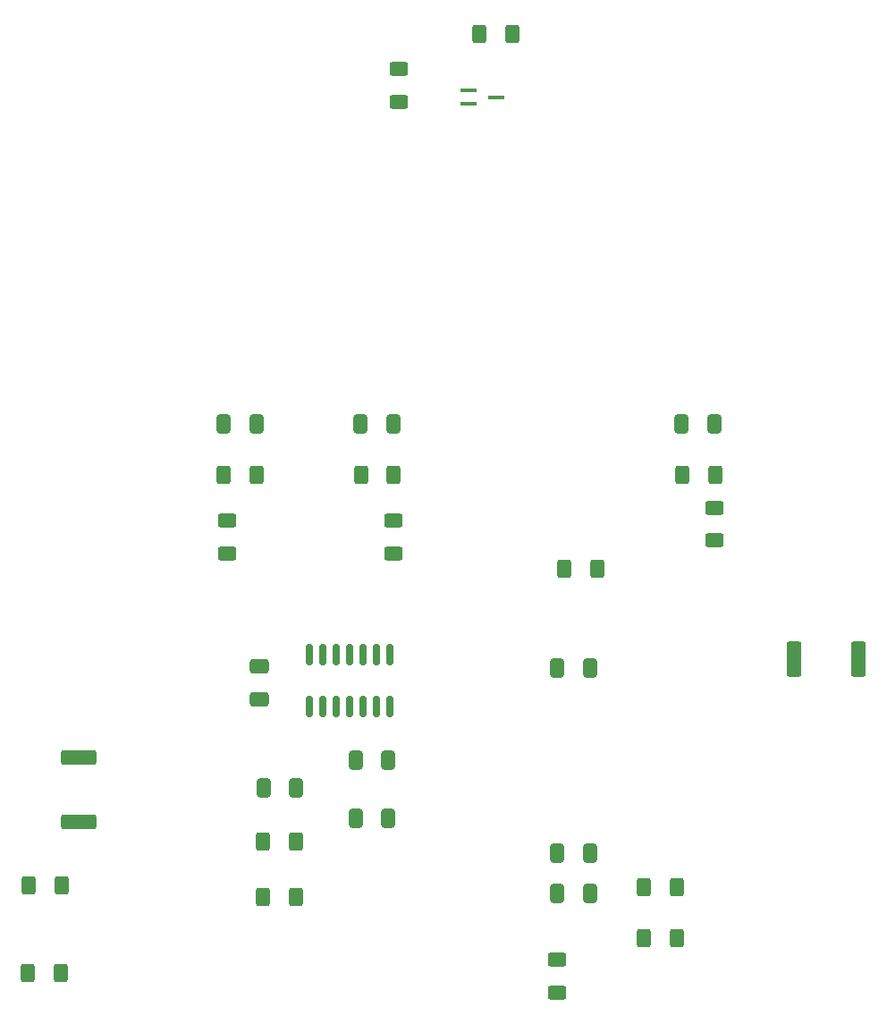
<source format=gbr>
%TF.GenerationSoftware,KiCad,Pcbnew,(5.99.0-12960-gccd3a1e6a9)*%
%TF.CreationDate,2021-11-17T23:12:52-08:00*%
%TF.ProjectId,Team2EpicDiceRoller,5465616d-3245-4706-9963-44696365526f,rev?*%
%TF.SameCoordinates,Original*%
%TF.FileFunction,Paste,Bot*%
%TF.FilePolarity,Positive*%
%FSLAX46Y46*%
G04 Gerber Fmt 4.6, Leading zero omitted, Abs format (unit mm)*
G04 Created by KiCad (PCBNEW (5.99.0-12960-gccd3a1e6a9)) date 2021-11-17 23:12:52*
%MOMM*%
%LPD*%
G01*
G04 APERTURE LIST*
G04 Aperture macros list*
%AMRoundRect*
0 Rectangle with rounded corners*
0 $1 Rounding radius*
0 $2 $3 $4 $5 $6 $7 $8 $9 X,Y pos of 4 corners*
0 Add a 4 corners polygon primitive as box body*
4,1,4,$2,$3,$4,$5,$6,$7,$8,$9,$2,$3,0*
0 Add four circle primitives for the rounded corners*
1,1,$1+$1,$2,$3*
1,1,$1+$1,$4,$5*
1,1,$1+$1,$6,$7*
1,1,$1+$1,$8,$9*
0 Add four rect primitives between the rounded corners*
20,1,$1+$1,$2,$3,$4,$5,0*
20,1,$1+$1,$4,$5,$6,$7,0*
20,1,$1+$1,$6,$7,$8,$9,0*
20,1,$1+$1,$8,$9,$2,$3,0*%
G04 Aperture macros list end*
%ADD10RoundRect,0.250000X-0.400000X-0.625000X0.400000X-0.625000X0.400000X0.625000X-0.400000X0.625000X0*%
%ADD11RoundRect,0.250000X0.412500X0.650000X-0.412500X0.650000X-0.412500X-0.650000X0.412500X-0.650000X0*%
%ADD12RoundRect,0.250000X-0.412500X-0.650000X0.412500X-0.650000X0.412500X0.650000X-0.412500X0.650000X0*%
%ADD13RoundRect,0.250000X0.400000X0.625000X-0.400000X0.625000X-0.400000X-0.625000X0.400000X-0.625000X0*%
%ADD14RoundRect,0.250000X-0.625000X0.400000X-0.625000X-0.400000X0.625000X-0.400000X0.625000X0.400000X0*%
%ADD15RoundRect,0.250000X0.625000X-0.400000X0.625000X0.400000X-0.625000X0.400000X-0.625000X-0.400000X0*%
%ADD16R,1.500000X0.450000*%
%ADD17RoundRect,0.250000X-0.650000X0.412500X-0.650000X-0.412500X0.650000X-0.412500X0.650000X0.412500X0*%
%ADD18RoundRect,0.249999X-1.425001X0.450001X-1.425001X-0.450001X1.425001X-0.450001X1.425001X0.450001X0*%
%ADD19RoundRect,0.249999X-0.450001X-1.425001X0.450001X-1.425001X0.450001X1.425001X-0.450001X1.425001X0*%
%ADD20RoundRect,0.150000X-0.150000X0.825000X-0.150000X-0.825000X0.150000X-0.825000X0.150000X0.825000X0*%
G04 APERTURE END LIST*
D10*
%TO.C,R11*%
X118445000Y-72025000D03*
X121545000Y-72025000D03*
%TD*%
D11*
%TO.C,C7*%
X121537500Y-67200000D03*
X118412500Y-67200000D03*
%TD*%
D12*
%TO.C,C11*%
X131412500Y-67200000D03*
X134537500Y-67200000D03*
%TD*%
%TO.C,C12*%
X161812500Y-67200000D03*
X164937500Y-67200000D03*
%TD*%
D13*
%TO.C,R17*%
X134545000Y-72025000D03*
X131445000Y-72025000D03*
%TD*%
D14*
%TO.C,R18*%
X150000000Y-117950000D03*
X150000000Y-121050000D03*
%TD*%
D13*
%TO.C,R1*%
X153800000Y-80925000D03*
X150700000Y-80925000D03*
%TD*%
D15*
%TO.C,R19*%
X164900000Y-78225000D03*
X164900000Y-75125000D03*
%TD*%
D11*
%TO.C,C9*%
X153137500Y-107825000D03*
X150012500Y-107825000D03*
%TD*%
D16*
%TO.C,Q1*%
X141645000Y-36925000D03*
X141645000Y-35625000D03*
X144305000Y-36275000D03*
%TD*%
D13*
%TO.C,R20*%
X165000000Y-72025000D03*
X161900000Y-72025000D03*
%TD*%
%TO.C,R16*%
X145775000Y-30250000D03*
X142675000Y-30250000D03*
%TD*%
D15*
%TO.C,R15*%
X134500000Y-79475000D03*
X134500000Y-76375000D03*
%TD*%
D13*
%TO.C,R4*%
X125295000Y-112000000D03*
X122195000Y-112000000D03*
%TD*%
D11*
%TO.C,C3*%
X125337500Y-101625000D03*
X122212500Y-101625000D03*
%TD*%
D10*
%TO.C,R2*%
X99925000Y-119225000D03*
X103025000Y-119225000D03*
%TD*%
D17*
%TO.C,C18*%
X121850000Y-90112500D03*
X121850000Y-93237500D03*
%TD*%
D13*
%TO.C,R21*%
X161350000Y-111050000D03*
X158250000Y-111050000D03*
%TD*%
D10*
%TO.C,R22*%
X158250000Y-115900000D03*
X161350000Y-115900000D03*
%TD*%
D12*
%TO.C,C15*%
X130937500Y-99000000D03*
X134062500Y-99000000D03*
%TD*%
D11*
%TO.C,C14*%
X153137500Y-111675000D03*
X150012500Y-111675000D03*
%TD*%
D12*
%TO.C,C13*%
X130937500Y-104500000D03*
X134062500Y-104500000D03*
%TD*%
D15*
%TO.C,R14*%
X135000000Y-36700000D03*
X135000000Y-33600000D03*
%TD*%
D18*
%TO.C,R12*%
X104750000Y-98750000D03*
X104750000Y-104850000D03*
%TD*%
D11*
%TO.C,C10*%
X153137500Y-90325000D03*
X150012500Y-90325000D03*
%TD*%
D19*
%TO.C,R13*%
X172450000Y-89500000D03*
X178550000Y-89500000D03*
%TD*%
D10*
%TO.C,R3*%
X100025000Y-110925000D03*
X103125000Y-110925000D03*
%TD*%
%TO.C,R6*%
X122195000Y-106750000D03*
X125295000Y-106750000D03*
%TD*%
D15*
%TO.C,R9*%
X118775000Y-79475000D03*
X118775000Y-76375000D03*
%TD*%
D20*
%TO.C,U2*%
X126590000Y-89000000D03*
X127860000Y-89000000D03*
X129130000Y-89000000D03*
X130400000Y-89000000D03*
X131670000Y-89000000D03*
X132940000Y-89000000D03*
X134210000Y-89000000D03*
X134210000Y-93950000D03*
X132940000Y-93950000D03*
X131670000Y-93950000D03*
X130400000Y-93950000D03*
X129130000Y-93950000D03*
X127860000Y-93950000D03*
X126590000Y-93950000D03*
%TD*%
M02*

</source>
